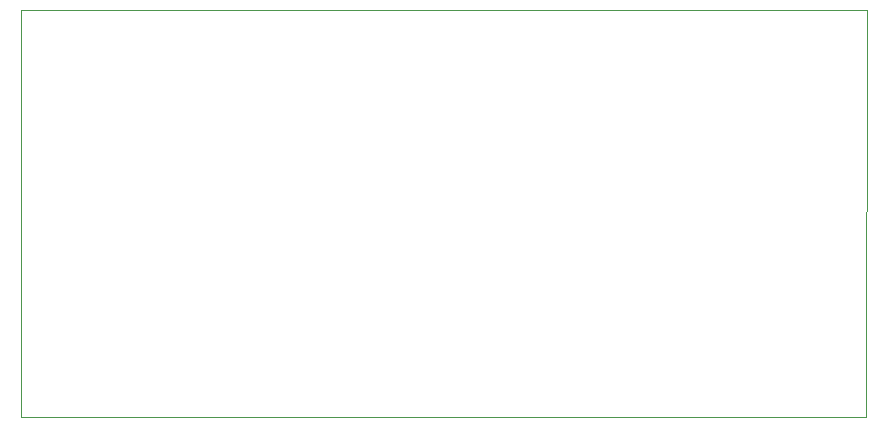
<source format=gbr>
G04 #@! TF.GenerationSoftware,KiCad,Pcbnew,(5.1.5)-3*
G04 #@! TF.CreationDate,2020-08-30T12:24:17-07:00*
G04 #@! TF.ProjectId,comparator,636f6d70-6172-4617-946f-722e6b696361,rev?*
G04 #@! TF.SameCoordinates,Original*
G04 #@! TF.FileFunction,Profile,NP*
%FSLAX46Y46*%
G04 Gerber Fmt 4.6, Leading zero omitted, Abs format (unit mm)*
G04 Created by KiCad (PCBNEW (5.1.5)-3) date 2020-08-30 12:24:17*
%MOMM*%
%LPD*%
G04 APERTURE LIST*
%ADD10C,0.050000*%
G04 APERTURE END LIST*
D10*
X87050000Y-129500000D02*
X87050000Y-95000000D01*
X158575000Y-129500000D02*
X87050000Y-129500000D01*
X158675000Y-95000000D02*
X158575000Y-129500000D01*
X87050000Y-95000000D02*
X158675000Y-95000000D01*
M02*

</source>
